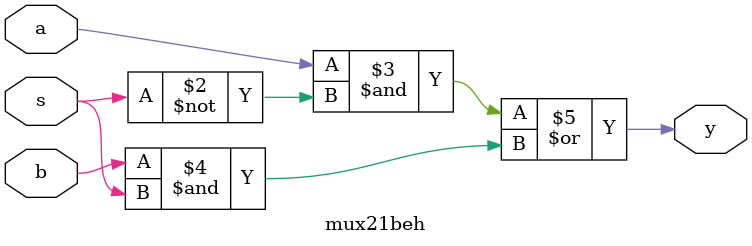
<source format=v>
`timescale 1ns / 1ps
module mux21beh(a,b,s,y);
input a,b,s;
output reg y;
always @(a,b,s)
begin
y={(a&(~s))|(b&s)};
end
endmodule

</source>
